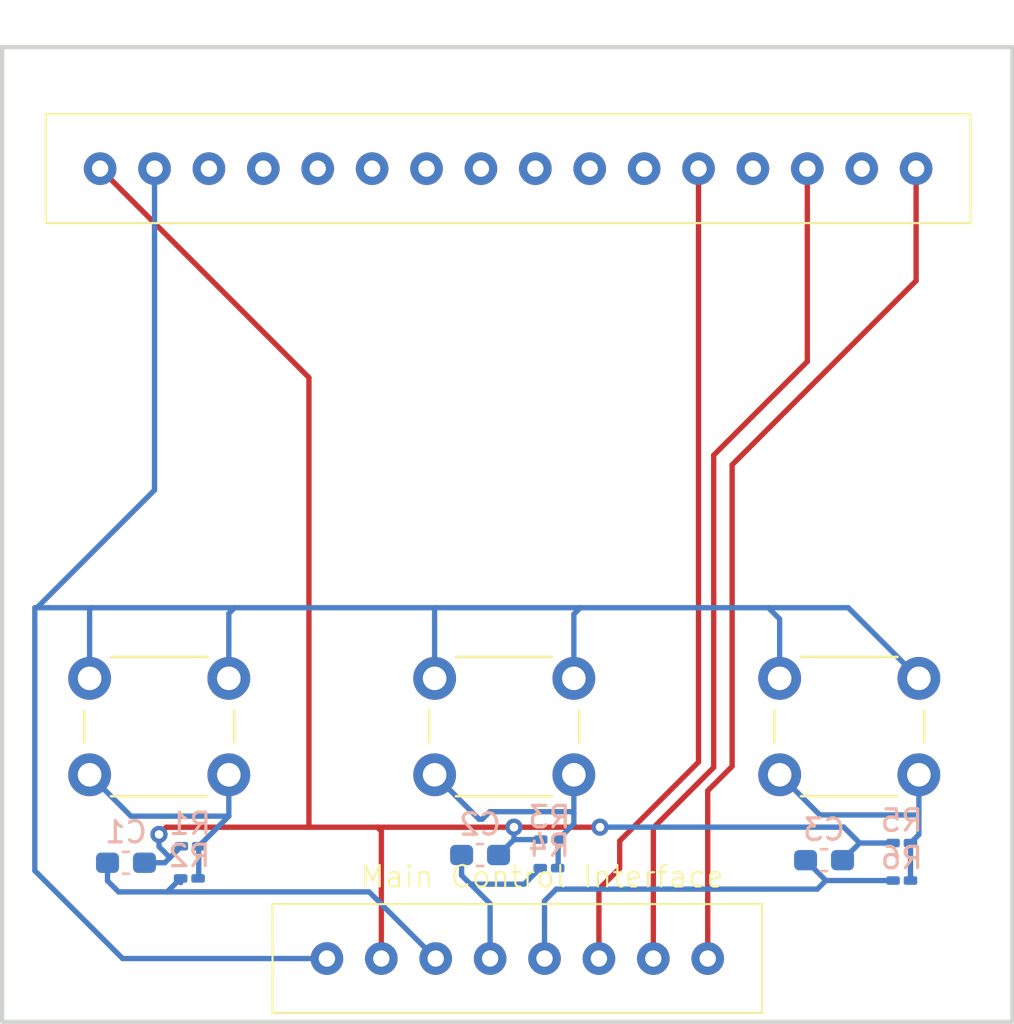
<source format=kicad_pcb>
(kicad_pcb (version 20221018) (generator pcbnew)
  (layers (0 "F.Cu" signal) (31 "B.Cu" signal) (34 "B.Paste" user) (35 "F.Paste" user) (36 "B.SilkS" user "B.Silkscreen") (37 "F.SilkS" user "F.Silkscreen") (38 "B.Mask" user) (39 "F.Mask" user) (44 "Edge.Cuts" user))
  (net 0 "")
  (net 1 "GND")
  (net 2 "USR_START")
  (net 3 "USR_STOP")
  (net 4 "USR_RESET")
  (net 5 "POWER_3")
  (net 6 "SPI_SCK")
  (net 7 "SPI_MOSI")
  (net 17 "SPI_NSS")
  (net 20 "Net-(SW2-A)")
  (net 21 "Net-(SW1-A)")
  (net 22 "Net-(SW3-A)")
  (footprint "Senior Design:OLED_DISPLAY" (layer "F.Cu") (at 73.44 30.33)
    (fp_text reference "U1" hide)
    (fp_text value "~" hide)
    (fp_rect (start -22.86 5.08) (end 20.32 10.16) (stroke (width 0.1)) (fill none) (layer "F.SilkS"))
    (pad "1" thru_hole circle (at -20.32 7.62) (size 1.524 1.524) (drill 0.762) (layers "*.Cu" "*.Mask") (net 1 "GND"))
    (pad "2" thru_hole circle (at -17.78 7.62) (size 1.524 1.524) (drill 0.762) (layers "*.Cu" "*.Mask") (net 5 "POWER_3"))
    (pad "3" thru_hole circle (at -15.24 7.62) (size 1.524 1.524) (drill 0.762) (layers "*.Cu" "*.Mask"))
    (pad "4" thru_hole circle (at -12.7 7.62) (size 1.524 1.524) (drill 0.762) (layers "*.Cu" "*.Mask"))
    (pad "5" thru_hole circle (at -10.16 7.62) (size 1.524 1.524) (drill 0.762) (layers "*.Cu" "*.Mask"))
    (pad "6" thru_hole circle (at -7.62 7.62) (size 1.524 1.524) (drill 0.762) (layers "*.Cu" "*.Mask"))
    (pad "7" thru_hole circle (at -5.08 7.62) (size 1.524 1.524) (drill 0.762) (layers "*.Cu" "*.Mask"))
    (pad "8" thru_hole circle (at -2.54 7.62) (size 1.524 1.524) (drill 0.762) (layers "*.Cu" "*.Mask"))
    (pad "9" thru_hole circle (at 0 7.62) (size 1.524 1.524) (drill 0.762) (layers "*.Cu" "*.Mask"))
    (pad "10" thru_hole circle (at 2.54 7.62) (size 1.524 1.524) (drill 0.762) (layers "*.Cu" "*.Mask"))
    (pad "11" thru_hole circle (at 5.08 7.62) (size 1.524 1.524) (drill 0.762) (layers "*.Cu" "*.Mask"))
    (pad "12" thru_hole circle (at 7.62 7.62) (size 1.524 1.524) (drill 0.762) (layers "*.Cu" "*.Mask") (net 6 "SPI_SCK"))
    (pad "13" thru_hole circle (at 10.16 7.62) (size 1.524 1.524) (drill 0.762) (layers "*.Cu" "*.Mask"))
    (pad "14" thru_hole circle (at 12.7 7.62) (size 1.524 1.524) (drill 0.762) (layers "*.Cu" "*.Mask") (net 7 "SPI_MOSI"))
    (pad "15" thru_hole circle (at 15.24 7.62) (size 1.524 1.524) (drill 0.762) (layers "*.Cu" "*.Mask"))
    (pad "16" thru_hole circle (at 17.78 7.62) (size 1.524 1.524) (drill 0.762) (layers "*.Cu" "*.Mask") (net 17 "SPI_NSS"))
  )
  (footprint "Senior Design:User_interface" (layer "F.Cu") (at 73.87 67.19)
    (fp_text reference "Main Control Interface" (at -0.1 3.8 unlocked) (layer "F.SilkS") (effects (font (thickness 0.1))))
    (fp_text value "~")
    (fp_rect (start -12.7 5.08) (end 10.16 10.16) (stroke (width 0.1)) (fill none) (layer "F.SilkS"))
    (pad "1" thru_hole circle (at -10.16 7.62) (size 1.524 1.524) (drill 0.762) (layers "*.Cu" "*.Mask") (net 5 "POWER_3"))
    (pad "2" thru_hole circle (at -7.62 7.62) (size 1.524 1.524) (drill 0.762) (layers "*.Cu" "*.Mask") (net 1 "GND"))
    (pad "3" thru_hole circle (at -5.08 7.62) (size 1.524 1.524) (drill 0.762) (layers "*.Cu" "*.Mask") (net 2 "USR_START"))
    (pad "4" thru_hole circle (at -2.54 7.62) (size 1.524 1.524) (drill 0.762) (layers "*.Cu" "*.Mask") (net 3 "USR_STOP"))
    (pad "5" thru_hole circle (at 0 7.62) (size 1.524 1.524) (drill 0.762) (layers "*.Cu" "*.Mask") (net 4 "USR_RESET"))
    (pad "6" thru_hole circle (at 2.54 7.62) (size 1.524 1.524) (drill 0.762) (layers "*.Cu" "*.Mask") (net 6 "SPI_SCK"))
    (pad "7" thru_hole circle (at 5.08 7.62) (size 1.524 1.524) (drill 0.762) (layers "*.Cu" "*.Mask") (net 7 "SPI_MOSI"))
    (pad "8" thru_hole circle (at 7.62 7.62) (size 1.524 1.524) (drill 0.762) (layers "*.Cu" "*.Mask") (net 17 "SPI_NSS"))
  )
  (footprint "Button_Switch_THT:SW_PUSH_6mm_H4.3mm" (layer "F.Cu") (at 68.739001 61.7355)
    (fp_text reference "SW2" hide)
    (fp_text value "STOP" hide)
    (fp_line (start -0.25 1.5) (end -0.25 3) (stroke (width 0.12)) (layer "F.SilkS"))
    (fp_line (start 1 5.5) (end 5.5 5.5) (stroke (width 0.12)) (layer "F.SilkS"))
    (fp_line (start 5.5 -1) (end 1 -1) (stroke (width 0.12)) (layer "F.SilkS"))
    (fp_line (start 6.75 3) (end 6.75 1.5) (stroke (width 0.12)) (layer "F.SilkS"))
    (pad "1" thru_hole circle (at 0 0 90) (size 2 2) (drill 1.1) (layers "*.Cu" "*.Mask") (net 5 "POWER_3"))
    (pad "2" thru_hole circle (at 0 4.5 90) (size 2 2) (drill 1.1) (layers "*.Cu" "*.Mask") (net 20 "Net-(SW2-A)"))
    (pad "3" thru_hole circle (at 6.5 0 90) (size 2 2) (drill 1.1) (layers "*.Cu" "*.Mask") (net 5 "POWER_3"))
    (pad "4" thru_hole circle (at 6.5 4.5 90) (size 2 2) (drill 1.1) (layers "*.Cu" "*.Mask") (net 20 "Net-(SW2-A)"))
  )
  (footprint "Button_Switch_THT:SW_PUSH_6mm_H4.3mm" (layer "F.Cu") (at 52.629001 61.7355)
    (fp_text reference "SW1" hide)
    (fp_text value "START" hide)
    (fp_line (start -0.25 1.5) (end -0.25 3) (stroke (width 0.12)) (layer "F.SilkS"))
    (fp_line (start 1 5.5) (end 5.5 5.5) (stroke (width 0.12)) (layer "F.SilkS"))
    (fp_line (start 5.5 -1) (end 1 -1) (stroke (width 0.12)) (layer "F.SilkS"))
    (fp_line (start 6.75 3) (end 6.75 1.5) (stroke (width 0.12)) (layer "F.SilkS"))
    (pad "1" thru_hole circle (at 0 0 90) (size 2 2) (drill 1.1) (layers "*.Cu" "*.Mask") (net 5 "POWER_3"))
    (pad "2" thru_hole circle (at 0 4.5 90) (size 2 2) (drill 1.1) (layers "*.Cu" "*.Mask") (net 21 "Net-(SW1-A)"))
    (pad "3" thru_hole circle (at 6.5 0 90) (size 2 2) (drill 1.1) (layers "*.Cu" "*.Mask") (net 5 "POWER_3"))
    (pad "4" thru_hole circle (at 6.5 4.5 90) (size 2 2) (drill 1.1) (layers "*.Cu" "*.Mask") (net 21 "Net-(SW1-A)"))
  )
  (footprint "Button_Switch_THT:SW_PUSH_6mm_H4.3mm" (layer "F.Cu") (at 84.849001 61.7355)
    (fp_text reference "SW3" hide)
    (fp_text value "RESET" hide)
    (fp_line (start -0.25 1.5) (end -0.25 3) (stroke (width 0.12)) (layer "F.SilkS"))
    (fp_line (start 1 5.5) (end 5.5 5.5) (stroke (width 0.12)) (layer "F.SilkS"))
    (fp_line (start 5.5 -1) (end 1 -1) (stroke (width 0.12)) (layer "F.SilkS"))
    (fp_line (start 6.75 3) (end 6.75 1.5) (stroke (width 0.12)) (layer "F.SilkS"))
    (pad "1" thru_hole circle (at 0 0 90) (size 2 2) (drill 1.1) (layers "*.Cu" "*.Mask") (net 5 "POWER_3"))
    (pad "2" thru_hole circle (at 0 4.5 90) (size 2 2) (drill 1.1) (layers "*.Cu" "*.Mask") (net 22 "Net-(SW3-A)"))
    (pad "3" thru_hole circle (at 6.5 0 90) (size 2 2) (drill 1.1) (layers "*.Cu" "*.Mask") (net 5 "POWER_3"))
    (pad "4" thru_hole circle (at 6.5 4.5 90) (size 2 2) (drill 1.1) (layers "*.Cu" "*.Mask") (net 22 "Net-(SW3-A)"))
  )
  (footprint "Resistor_SMD:R_0201_0603Metric_Pad0.64x0.40mm_HandSolder" (layer "B.Cu") (at 57.3175 69.57 180)
    (fp_text reference "R1" (at 0 1.05) (layer "B.SilkS") (effects (justify mirror)))
    (fp_text value "10k")
    (pad "1" smd roundrect (at -0.4075 0 180) (size 0.635 0.4) (layers "B.Cu" "B.Mask") (net 21 "Net-(SW1-A)"))
    (pad "2" smd roundrect (at 0.4075 0 180) (size 0.635 0.4) (layers "B.Cu" "B.Mask") (net 1 "GND"))
  )
  (footprint "Capacitor_SMD:C_0603_1608Metric_Pad1.08x0.95mm_HandSolder" (layer "B.Cu") (at 70.86 69.98 180)
    (fp_text reference "C2" (at 0 1.43) (layer "B.SilkS") (effects (justify mirror)))
    (fp_text value "1uF")
    (fp_line (start -0.146267 -0.51) (end 0.146267 -0.51) (stroke (width 0.12)) (layer "B.SilkS"))
    (fp_line (start -0.146267 0.51) (end 0.146267 0.51) (stroke (width 0.12)) (layer "B.SilkS"))
    (pad "1" smd roundrect (at -0.8625 0 180) (size 1.075 0.95) (layers "B.Cu" "B.Paste" "B.Mask") (net 1 "GND"))
    (pad "2" smd roundrect (at 0.8625 0 180) (size 1.075 0.95) (layers "B.Cu" "B.Paste" "B.Mask") (net 3 "USR_STOP"))
  )
  (footprint "Resistor_SMD:R_0201_0603Metric_Pad0.64x0.40mm_HandSolder" (layer "B.Cu") (at 74.0775 70.59 180)
    (fp_text reference "R4" (at 0 1.05) (layer "B.SilkS") (effects (justify mirror)))
    (fp_text value "10k")
    (pad "1" smd roundrect (at -0.4075 0 180) (size 0.635 0.4) (layers "B.Cu" "B.Mask") (net 20 "Net-(SW2-A)"))
    (pad "2" smd roundrect (at 0.4075 0 180) (size 0.635 0.4) (layers "B.Cu" "B.Mask") (net 3 "USR_STOP"))
  )
  (footprint "Resistor_SMD:R_0201_0603Metric_Pad0.64x0.40mm_HandSolder" (layer "B.Cu") (at 74.0975 69.26 180)
    (fp_text reference "R3" (at 0 1.05) (layer "B.SilkS") (effects (justify mirror)))
    (fp_text value "10k")
    (pad "1" smd roundrect (at -0.4075 0 180) (size 0.635 0.4) (layers "B.Cu" "B.Mask") (net 20 "Net-(SW2-A)"))
    (pad "2" smd roundrect (at 0.4075 0 180) (size 0.635 0.4) (layers "B.Cu" "B.Mask") (net 1 "GND"))
  )
  (footprint "Resistor_SMD:R_0201_0603Metric_Pad0.64x0.40mm_HandSolder" (layer "B.Cu") (at 57.2875 71.07 180)
    (fp_text reference "R2" (at 0 1.05) (layer "B.SilkS") (effects (justify mirror)))
    (fp_text value "10k")
    (pad "1" smd roundrect (at -0.4075 0 180) (size 0.635 0.4) (layers "B.Cu" "B.Mask") (net 21 "Net-(SW1-A)"))
    (pad "2" smd roundrect (at 0.4075 0 180) (size 0.635 0.4) (layers "B.Cu" "B.Mask") (net 2 "USR_START"))
  )
  (footprint "Resistor_SMD:R_0201_0603Metric_Pad0.64x0.40mm_HandSolder" (layer "B.Cu") (at 90.55 69.42 180)
    (fp_text reference "R5" (at 0 1.05) (layer "B.SilkS") (effects (justify mirror)))
    (fp_text value "10k")
    (pad "1" smd roundrect (at -0.4075 0 180) (size 0.635 0.4) (layers "B.Cu" "B.Mask") (net 22 "Net-(SW3-A)"))
    (pad "2" smd roundrect (at 0.4075 0 180) (size 0.635 0.4) (layers "B.Cu" "B.Mask") (net 1 "GND"))
  )
  (footprint "Capacitor_SMD:C_0603_1608Metric_Pad1.08x0.95mm_HandSolder" (layer "B.Cu") (at 54.3275 70.34 180)
    (fp_text reference "C1" (at 0 1.43) (layer "B.SilkS") (effects (justify mirror)))
    (fp_text value "1uF")
    (fp_line (start -0.146267 -0.51) (end 0.146267 -0.51) (stroke (width 0.12)) (layer "B.SilkS"))
    (fp_line (start -0.146267 0.51) (end 0.146267 0.51) (stroke (width 0.12)) (layer "B.SilkS"))
    (pad "1" smd roundrect (at -0.8625 0 180) (size 1.075 0.95) (layers "B.Cu" "B.Paste" "B.Mask") (net 1 "GND"))
    (pad "2" smd roundrect (at 0.8625 0 180) (size 1.075 0.95) (layers "B.Cu" "B.Paste" "B.Mask") (net 2 "USR_START"))
  )
  (footprint "Resistor_SMD:R_0201_0603Metric_Pad0.64x0.40mm_HandSolder" (layer "B.Cu") (at 90.55 71.17 180)
    (fp_text reference "R6" (at 0 1.05) (layer "B.SilkS") (effects (justify mirror)))
    (fp_text value "10k")
    (pad "1" smd roundrect (at -0.4075 0 180) (size 0.635 0.4) (layers "B.Cu" "B.Mask") (net 22 "Net-(SW3-A)"))
    (pad "2" smd roundrect (at 0.4075 0 180) (size 0.635 0.4) (layers "B.Cu" "B.Mask") (net 4 "USR_RESET"))
  )
  (footprint "Capacitor_SMD:C_0603_1608Metric_Pad1.08x0.95mm_HandSolder" (layer "B.Cu") (at 86.920356 70.22 180)
    (fp_text reference "C3" (at 0 1.43) (layer "B.SilkS") (effects (justify mirror)))
    (fp_text value "1uF")
    (fp_line (start -0.146267 -0.51) (end 0.146267 -0.51) (stroke (width 0.12)) (layer "B.SilkS"))
    (fp_line (start -0.146267 0.51) (end 0.146267 0.51) (stroke (width 0.12)) (layer "B.SilkS"))
    (pad "1" smd roundrect (at -0.8625 0 180) (size 1.075 0.95) (layers "B.Cu" "B.Paste" "B.Mask") (net 1 "GND"))
    (pad "2" smd roundrect (at 0.8625 0 180) (size 1.075 0.95) (layers "B.Cu" "B.Paste" "B.Mask") (net 4 "USR_RESET"))
  )
  (gr_rect (start 48.545 32.28) (end 95.715 77.76) (stroke (width 0.2)) (fill none) (layer "Edge.Cuts"))
  (segment (start 62.8 68.6825) (end 66.07 68.6825) (width 0.25) (layer "F.Cu") (net 1))
  (segment (start 66.07 68.6825) (end 72.4425 68.6825) (width 0.25) (layer "F.Cu") (net 1))
  (segment (start 62.87 68.6125) (end 62.8 68.6825) (width 0.25) (layer "F.Cu") (net 1))
  (segment (start 53.12 37.95) (end 62.87 47.7) (width 0.25) (layer "F.Cu") (net 1))
  (segment (start 66.07 68.6825) (end 66.25 68.8625) (width 0.25) (layer "F.Cu") (net 1))
  (segment (start 56.2075 68.6825) (end 62.8 68.6825) (width 0.25) (layer "F.Cu") (net 1))
  (segment (start 66.25 68.8625) (end 66.25 74.81) (width 0.25) (layer "F.Cu") (net 1))
  (segment (start 76.4575 68.6825) (end 76.46 68.68) (width 0.25) (layer "F.Cu") (net 1))
  (segment (start 72.4425 68.6825) (end 72.64 68.88) (width 0.25) (layer "F.Cu") (net 1))
  (segment (start 55.87 69.02) (end 56.2075 68.6825) (width 0.25) (layer "F.Cu") (net 1))
  (segment (start 72.4425 68.6825) (end 76.4575 68.6825) (width 0.25) (layer "F.Cu") (net 1))
  (segment (start 62.87 47.7) (end 62.87 68.6125) (width 0.25) (layer "F.Cu") (net 1))
  (via (at 72.4425 68.6825) (size 0.8) (drill 0.4) (layers "F.Cu" "B.Cu") (net 1))
  (via (at 55.87 69.02) (size 0.8) (drill 0.4) (layers "F.Cu" "B.Cu") (net 1))
  (via (at 76.46 68.68) (size 0.8) (drill 0.4) (layers "F.Cu" "B.Cu") (net 1))
  (segment (start 55.87 69.59) (end 55.87 69.02) (width 0.25) (layer "B.Cu") (net 1))
  (segment (start 73.69 69.26) (end 72.4425 69.26) (width 0.25) (layer "B.Cu") (net 1))
  (segment (start 72.44 68.68) (end 72.4425 68.6825) (width 0.25) (layer "B.Cu") (net 1))
  (segment (start 56.14 70.34) (end 56.38 70.1) (width 0.25) (layer "B.Cu") (net 1))
  (segment (start 87.842856 68.68) (end 88.582856 69.42) (width 0.25) (layer "B.Cu") (net 1))
  (segment (start 72.4425 69.26) (end 72.4425 68.6825) (width 0.25) (layer "B.Cu") (net 1))
  (segment (start 56.38 70.1) (end 56.91 69.57) (width 0.25) (layer "B.Cu") (net 1))
  (segment (start 88.582856 69.42) (end 87.782856 70.22) (width 0.25) (layer "B.Cu") (net 1))
  (segment (start 72.4425 69.26) (end 71.7225 69.98) (width 0.25) (layer "B.Cu") (net 1))
  (segment (start 55.19 70.34) (end 56.14 70.34) (width 0.25) (layer "B.Cu") (net 1))
  (segment (start 90.1425 69.42) (end 88.582856 69.42) (width 0.25) (layer "B.Cu") (net 1))
  (segment (start 76.46 68.68) (end 87.842856 68.68) (width 0.25) (layer "B.Cu") (net 1))
  (segment (start 56.38 70.1) (end 55.87 69.59) (width 0.25) (layer "B.Cu") (net 1))
  (segment (start 53.465 71.185) (end 53.465 70.34) (width 0.25) (layer "B.Cu") (net 2))
  (segment (start 56.25 71.7) (end 65.68 71.7) (width 0.25) (layer "B.Cu") (net 2))
  (segment (start 53.98 71.7) (end 53.465 71.185) (width 0.25) (layer "B.Cu") (net 2))
  (segment (start 56.88 71.07) (end 56.25 71.7) (width 0.25) (layer "B.Cu") (net 2))
  (segment (start 56.88 71.07) (end 56.88 71.269999) (width 0.25) (layer "B.Cu") (net 2))
  (segment (start 56.25 71.7) (end 53.98 71.7) (width 0.25) (layer "B.Cu") (net 2))
  (segment (start 65.68 71.7) (end 68.79 74.81) (width 0.25) (layer "B.Cu") (net 2))
  (segment (start 70.41 71.34) (end 69.9975 70.9275) (width 0.25) (layer "B.Cu") (net 3))
  (segment (start 73.67 70.59) (end 72.92 71.34) (width 0.25) (layer "B.Cu") (net 3))
  (segment (start 69.9975 70.9275) (end 69.9975 69.98) (width 0.25) (layer "B.Cu") (net 3))
  (segment (start 70.42 71.34) (end 70.41 71.34) (width 0.25) (layer "B.Cu") (net 3))
  (segment (start 71.33 72.25) (end 71.33 74.81) (width 0.25) (layer "B.Cu") (net 3))
  (segment (start 70.42 71.34) (end 71.33 72.25) (width 0.25) (layer "B.Cu") (net 3))
  (segment (start 72.92 71.34) (end 70.42 71.34) (width 0.25) (layer "B.Cu") (net 3))
  (segment (start 74.42 71.57) (end 73.87 72.12) (width 0.25) (layer "B.Cu") (net 4))
  (segment (start 73.87 72.12) (end 73.87 74.81) (width 0.25) (layer "B.Cu") (net 4))
  (segment (start 87.007856 71.17) (end 86.607856 71.57) (width 0.25) (layer "B.Cu") (net 4))
  (segment (start 90.1425 71.17) (end 87.007856 71.17) (width 0.25) (layer "B.Cu") (net 4))
  (segment (start 87.007856 71.17) (end 86.057856 70.22) (width 0.25) (layer "B.Cu") (net 4))
  (segment (start 86.607856 71.57) (end 74.42 71.57) (width 0.25) (layer "B.Cu") (net 4))
  (segment (start 84.32 58.44) (end 84.849001 58.969001) (width 0.25) (layer "B.Cu") (net 5))
  (segment (start 68.81 58.44) (end 75.54 58.44) (width 0.25) (layer "B.Cu") (net 5))
  (segment (start 84.32 58.44) (end 88.053501 58.44) (width 0.25) (layer "B.Cu") (net 5))
  (segment (start 50.17 58.44) (end 55.66 52.95) (width 0.25) (layer "B.Cu") (net 5))
  (segment (start 52.629001 58.540999) (end 52.629001 61.7355) (width 0.25) (layer "B.Cu") (net 5))
  (segment (start 68.739001 58.510999) (end 68.739001 61.7355) (width 0.25) (layer "B.Cu") (net 5))
  (segment (start 75.54 58.44) (end 84.32 58.44) (width 0.25) (layer "B.Cu") (net 5))
  (segment (start 55.66 52.95) (end 55.66 37.95) (width 0.25) (layer "B.Cu") (net 5))
  (segment (start 59.129001 58.710999) (end 59.129001 61.7355) (width 0.25) (layer "B.Cu") (net 5))
  (segment (start 59.4 58.44) (end 68.81 58.44) (width 0.25) (layer "B.Cu") (net 5))
  (segment (start 75.239001 58.740999) (end 75.239001 61.7355) (width 0.25) (layer "B.Cu") (net 5))
  (segment (start 59.4 58.44) (end 59.129001 58.710999) (width 0.25) (layer "B.Cu") (net 5))
  (segment (start 63.71 74.81) (end 54.17 74.81) (width 0.25) (layer "B.Cu") (net 5))
  (segment (start 50.07 70.71) (end 50.07 58.44) (width 0.25) (layer "B.Cu") (net 5))
  (segment (start 52.73 58.44) (end 52.629001 58.540999) (width 0.25) (layer "B.Cu") (net 5))
  (segment (start 50.17 58.44) (end 52.73 58.44) (width 0.25) (layer "B.Cu") (net 5))
  (segment (start 54.17 74.81) (end 50.07 70.71) (width 0.25) (layer "B.Cu") (net 5))
  (segment (start 68.81 58.44) (end 68.739001 58.510999) (width 0.25) (layer "B.Cu") (net 5))
  (segment (start 50.07 58.44) (end 50.17 58.44) (width 0.25) (layer "B.Cu") (net 5))
  (segment (start 52.73 58.44) (end 59.4 58.44) (width 0.25) (layer "B.Cu") (net 5))
  (segment (start 88.053501 58.44) (end 91.349001 61.7355) (width 0.25) (layer "B.Cu") (net 5))
  (segment (start 84.849001 58.969001) (end 84.849001 61.7355) (width 0.25) (layer "B.Cu") (net 5))
  (segment (start 75.54 58.44) (end 75.239001 58.740999) (width 0.25) (layer "B.Cu") (net 5))
  (segment (start 77.38 70.6) (end 77.38 69.32) (width 0.25) (layer "F.Cu") (net 6))
  (segment (start 81.06 65.64) (end 81.06 37.95) (width 0.25) (layer "F.Cu") (net 6))
  (segment (start 76.41 74.81) (end 76.41 71.57) (width 0.25) (layer "F.Cu") (net 6))
  (segment (start 77.38 69.32) (end 81.06 65.64) (width 0.25) (layer "F.Cu") (net 6))
  (segment (start 76.41 71.57) (end 77.38 70.6) (width 0.25) (layer "F.Cu") (net 6))
  (segment (start 86.14 46.95) (end 86.14 37.95) (width 0.25) (layer "F.Cu") (net 7))
  (segment (start 78.95 68.71) (end 81.77 65.89) (width 0.25) (layer "F.Cu") (net 7))
  (segment (start 81.77 51.32) (end 86.14 46.95) (width 0.25) (layer "F.Cu") (net 7))
  (segment (start 81.77 65.89) (end 81.77 51.32) (width 0.25) (layer "F.Cu") (net 7))
  (segment (start 78.95 74.81) (end 78.95 68.71) (width 0.25) (layer "F.Cu") (net 7))
  (segment (start 91.22 43.18) (end 91.22 37.95) (width 0.25) (layer "F.Cu") (net 17))
  (segment (start 81.49 66.98) (end 82.63 65.84) (width 0.25) (layer "F.Cu") (net 17))
  (segment (start 82.63 51.77) (end 91.22 43.18) (width 0.25) (layer "F.Cu") (net 17))
  (segment (start 81.49 74.81) (end 81.49 66.98) (width 0.25) (layer "F.Cu") (net 17))
  (segment (start 82.63 65.84) (end 82.63 51.77) (width 0.25) (layer "F.Cu") (net 17))
  (segment (start 75.156501 67.9575) (end 75.239001 68.04) (width 0.25) (layer "B.Cu") (net 20))
  (segment (start 71.3125 67.9575) (end 75.156501 67.9575) (width 0.25) (layer "B.Cu") (net 20))
  (segment (start 74.505 70.57) (end 74.485 70.59) (width 0.25) (layer "B.Cu") (net 20))
  (segment (start 68.739001 66.2355) (end 70.813501 68.31) (width 0.25) (layer "B.Cu") (net 20))
  (segment (start 74.505 69.26) (end 74.505 70.57) (width 0.25) (layer "B.Cu") (net 20))
  (segment (start 75.239001 66.2355) (end 75.239001 68.04) (width 0.25) (layer "B.Cu") (net 20))
  (segment (start 70.96 68.31) (end 71.3125 67.9575) (width 0.25) (layer "B.Cu") (net 20))
  (segment (start 75.239001 68.04) (end 75.239001 68.525999) (width 0.25) (layer "B.Cu") (net 20))
  (segment (start 75.239001 68.525999) (end 74.505 69.26) (width 0.25) (layer "B.Cu") (net 20))
  (segment (start 70.813501 68.31) (end 70.96 68.31) (width 0.25) (layer "B.Cu") (net 20))
  (segment (start 54.5595 68.165999) (end 59.129001 68.165999) (width 0.25) (layer "B.Cu") (net 21))
  (segment (start 57.725 69.57) (end 57.725 71.04) (width 0.25) (layer "B.Cu") (net 21))
  (segment (start 52.629001 66.2355) (end 54.5595 68.165999) (width 0.25) (layer "B.Cu") (net 21))
  (segment (start 59.129001 66.2355) (end 59.129001 68.165999) (width 0.25) (layer "B.Cu") (net 21))
  (segment (start 59.129001 68.165999) (end 57.725 69.57) (width 0.25) (layer "B.Cu") (net 21))
  (segment (start 57.725 71.04) (end 57.695 71.07) (width 0.25) (layer "B.Cu") (net 21))
  (segment (start 91.349001 68.11) (end 91.349001 69.028499) (width 0.25) (layer "B.Cu") (net 22))
  (segment (start 86.723501 68.11) (end 84.849001 66.2355) (width 0.25) (layer "B.Cu") (net 22))
  (segment (start 91.349001 69.028499) (end 90.9575 69.42) (width 0.25) (layer "B.Cu") (net 22))
  (segment (start 90.9575 69.42) (end 90.9575 71.17) (width 0.25) (layer "B.Cu") (net 22))
  (segment (start 91.349001 68.11) (end 86.723501 68.11) (width 0.25) (layer "B.Cu") (net 22))
  (segment (start 91.349001 66.2355) (end 91.349001 68.11) (width 0.25) (layer "B.Cu") (net 22))
)
</source>
